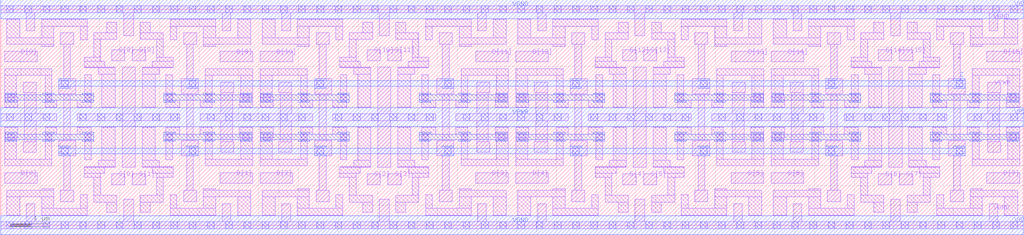
<source format=lef>
# Copyright 2020 The SkyWater PDK Authors
#
# Licensed under the Apache License, Version 2.0 (the "License");
# you may not use this file except in compliance with the License.
# You may obtain a copy of the License at
#
#     https://www.apache.org/licenses/LICENSE-2.0
#
# Unless required by applicable law or agreed to in writing, software
# distributed under the License is distributed on an "AS IS" BASIS,
# WITHOUT WARRANTIES OR CONDITIONS OF ANY KIND, either express or implied.
# See the License for the specific language governing permissions and
# limitations under the License.
#
# SPDX-License-Identifier: Apache-2.0

VERSION 5.7 ;
  NAMESCASESENSITIVE ON ;
  NOWIREEXTENSIONATPIN ON ;
  DIVIDERCHAR "/" ;
  BUSBITCHARS "[]" ;
UNITS
  DATABASE MICRONS 200 ;
END UNITS
PROPERTYDEFINITIONS
  MACRO maskLayoutSubType STRING ;
  MACRO prCellType STRING ;
  MACRO originalViewName STRING ;
END PROPERTYDEFINITIONS
MACRO sky130_fd_sc_hdll__muxb16to1_2
  CLASS CORE ;
  FOREIGN sky130_fd_sc_hdll__muxb16to1_2 ;
  ORIGIN  0.000000  0.000000 ;
  SIZE  25.76000 BY  5.440000 ;
  SYMMETRY X Y R90 ;
  SITE unithd ;
  PIN D[0]
    ANTENNAGATEAREA  0.555000 ;
    DIRECTION INPUT ;
    USE SIGNAL ;
    PORT
      LAYER li1 ;
        RECT 0.095000 1.055000 0.915000 1.325000 ;
    END
  END D[0]
  PIN D[1]
    ANTENNAGATEAREA  0.555000 ;
    DIRECTION INPUT ;
    USE SIGNAL ;
    PORT
      LAYER li1 ;
        RECT 5.525000 1.055000 6.345000 1.325000 ;
    END
  END D[1]
  PIN D[2]
    ANTENNAGATEAREA  0.555000 ;
    DIRECTION INPUT ;
    USE SIGNAL ;
    PORT
      LAYER li1 ;
        RECT 6.535000 1.055000 7.355000 1.325000 ;
    END
  END D[2]
  PIN D[3]
    ANTENNAGATEAREA  0.555000 ;
    DIRECTION INPUT ;
    USE SIGNAL ;
    PORT
      LAYER li1 ;
        RECT 11.965000 1.055000 12.785000 1.325000 ;
    END
  END D[3]
  PIN D[4]
    ANTENNAGATEAREA  0.555000 ;
    DIRECTION INPUT ;
    USE SIGNAL ;
    PORT
      LAYER li1 ;
        RECT 12.975000 1.055000 13.795000 1.325000 ;
    END
  END D[4]
  PIN D[5]
    ANTENNAGATEAREA  0.555000 ;
    DIRECTION INPUT ;
    USE SIGNAL ;
    PORT
      LAYER li1 ;
        RECT 18.405000 1.055000 19.225000 1.325000 ;
    END
  END D[5]
  PIN D[6]
    ANTENNAGATEAREA  0.555000 ;
    DIRECTION INPUT ;
    USE SIGNAL ;
    PORT
      LAYER li1 ;
        RECT 19.415000 1.055000 20.235000 1.325000 ;
    END
  END D[6]
  PIN D[7]
    ANTENNAGATEAREA  0.555000 ;
    DIRECTION INPUT ;
    USE SIGNAL ;
    PORT
      LAYER li1 ;
        RECT 24.845000 1.055000 25.665000 1.325000 ;
    END
  END D[7]
  PIN D[8]
    ANTENNAGATEAREA  0.555000 ;
    DIRECTION INPUT ;
    USE SIGNAL ;
    PORT
      LAYER li1 ;
        RECT 0.095000 4.115000 0.915000 4.385000 ;
    END
  END D[8]
  PIN D[9]
    ANTENNAGATEAREA  0.555000 ;
    DIRECTION INPUT ;
    USE SIGNAL ;
    PORT
      LAYER li1 ;
        RECT 5.525000 4.115000 6.345000 4.385000 ;
    END
  END D[9]
  PIN D[10]
    ANTENNAGATEAREA  0.555000 ;
    DIRECTION INPUT ;
    USE SIGNAL ;
    PORT
      LAYER li1 ;
        RECT 6.535000 4.115000 7.355000 4.385000 ;
    END
  END D[10]
  PIN D[11]
    ANTENNAGATEAREA  0.555000 ;
    DIRECTION INPUT ;
    USE SIGNAL ;
    PORT
      LAYER li1 ;
        RECT 11.965000 4.115000 12.785000 4.385000 ;
    END
  END D[11]
  PIN D[12]
    ANTENNAGATEAREA  0.555000 ;
    DIRECTION INPUT ;
    USE SIGNAL ;
    PORT
      LAYER li1 ;
        RECT 12.975000 4.115000 13.795000 4.385000 ;
    END
  END D[12]
  PIN D[13]
    ANTENNAGATEAREA  0.555000 ;
    DIRECTION INPUT ;
    USE SIGNAL ;
    PORT
      LAYER li1 ;
        RECT 18.405000 4.115000 19.225000 4.385000 ;
    END
  END D[13]
  PIN D[14]
    ANTENNAGATEAREA  0.555000 ;
    DIRECTION INPUT ;
    USE SIGNAL ;
    PORT
      LAYER li1 ;
        RECT 19.415000 4.115000 20.235000 4.385000 ;
    END
  END D[14]
  PIN D[15]
    ANTENNAGATEAREA  0.555000 ;
    DIRECTION INPUT ;
    USE SIGNAL ;
    PORT
      LAYER li1 ;
        RECT 24.845000 4.115000 25.665000 4.385000 ;
    END
  END D[15]
  PIN S[0]
    ANTENNAGATEAREA  0.414000 ;
    DIRECTION INPUT ;
    USE SIGNAL ;
    PORT
      LAYER li1 ;
        RECT 2.790000 1.025000 3.125000 1.295000 ;
    END
  END S[0]
  PIN S[1]
    ANTENNAGATEAREA  0.414000 ;
    DIRECTION INPUT ;
    USE SIGNAL ;
    PORT
      LAYER li1 ;
        RECT 3.315000 1.025000 3.650000 1.295000 ;
    END
  END S[1]
  PIN S[2]
    ANTENNAGATEAREA  0.414000 ;
    DIRECTION INPUT ;
    USE SIGNAL ;
    PORT
      LAYER li1 ;
        RECT 9.230000 1.025000 9.565000 1.295000 ;
    END
  END S[2]
  PIN S[3]
    ANTENNAGATEAREA  0.414000 ;
    DIRECTION INPUT ;
    USE SIGNAL ;
    PORT
      LAYER li1 ;
        RECT 9.755000 1.025000 10.090000 1.295000 ;
    END
  END S[3]
  PIN S[4]
    ANTENNAGATEAREA  0.414000 ;
    DIRECTION INPUT ;
    USE SIGNAL ;
    PORT
      LAYER li1 ;
        RECT 15.670000 1.025000 16.005000 1.295000 ;
    END
  END S[4]
  PIN S[5]
    ANTENNAGATEAREA  0.414000 ;
    DIRECTION INPUT ;
    USE SIGNAL ;
    PORT
      LAYER li1 ;
        RECT 16.195000 1.025000 16.530000 1.295000 ;
    END
  END S[5]
  PIN S[6]
    ANTENNAGATEAREA  0.414000 ;
    DIRECTION INPUT ;
    USE SIGNAL ;
    PORT
      LAYER li1 ;
        RECT 22.110000 1.025000 22.445000 1.295000 ;
    END
  END S[6]
  PIN S[7]
    ANTENNAGATEAREA  0.414000 ;
    DIRECTION INPUT ;
    USE SIGNAL ;
    PORT
      LAYER li1 ;
        RECT 22.635000 1.025000 22.970000 1.295000 ;
    END
  END S[7]
  PIN S[8]
    ANTENNAGATEAREA  0.414000 ;
    DIRECTION INPUT ;
    USE SIGNAL ;
    PORT
      LAYER li1 ;
        RECT 2.790000 4.145000 3.125000 4.415000 ;
    END
  END S[8]
  PIN S[9]
    ANTENNAGATEAREA  0.414000 ;
    DIRECTION INPUT ;
    USE SIGNAL ;
    PORT
      LAYER li1 ;
        RECT 3.315000 4.145000 3.650000 4.415000 ;
    END
  END S[9]
  PIN S[10]
    ANTENNAGATEAREA  0.414000 ;
    DIRECTION INPUT ;
    USE SIGNAL ;
    PORT
      LAYER li1 ;
        RECT 9.230000 4.145000 9.565000 4.415000 ;
    END
  END S[10]
  PIN S[11]
    ANTENNAGATEAREA  0.414000 ;
    DIRECTION INPUT ;
    USE SIGNAL ;
    PORT
      LAYER li1 ;
        RECT 9.755000 4.145000 10.090000 4.415000 ;
    END
  END S[11]
  PIN S[12]
    ANTENNAGATEAREA  0.414000 ;
    DIRECTION INPUT ;
    USE SIGNAL ;
    PORT
      LAYER li1 ;
        RECT 15.670000 4.145000 16.005000 4.415000 ;
    END
  END S[12]
  PIN S[13]
    ANTENNAGATEAREA  0.414000 ;
    DIRECTION INPUT ;
    USE SIGNAL ;
    PORT
      LAYER li1 ;
        RECT 16.195000 4.145000 16.530000 4.415000 ;
    END
  END S[13]
  PIN S[14]
    ANTENNAGATEAREA  0.414000 ;
    DIRECTION INPUT ;
    USE SIGNAL ;
    PORT
      LAYER li1 ;
        RECT 22.110000 4.145000 22.445000 4.415000 ;
    END
  END S[14]
  PIN S[15]
    ANTENNAGATEAREA  0.414000 ;
    DIRECTION INPUT ;
    USE SIGNAL ;
    PORT
      LAYER li1 ;
        RECT 22.635000 4.145000 22.970000 4.415000 ;
    END
  END S[15]
  PIN VGND
    ANTENNADIFFAREA  1.965600 ;
    DIRECTION INOUT ;
    USE SIGNAL ;
    PORT
      LAYER li1 ;
        RECT  0.000000 -0.085000 25.760000 0.085000 ;
        RECT  0.645000  0.085000  0.860000 0.545000 ;
        RECT  3.095000  0.085000  3.345000 0.660000 ;
        RECT  5.580000  0.085000  5.795000 0.545000 ;
        RECT  7.085000  0.085000  7.300000 0.545000 ;
        RECT  9.535000  0.085000  9.785000 0.660000 ;
        RECT 12.020000  0.085000 12.235000 0.545000 ;
        RECT 13.525000  0.085000 13.740000 0.545000 ;
        RECT 15.975000  0.085000 16.225000 0.660000 ;
        RECT 18.460000  0.085000 18.675000 0.545000 ;
        RECT 19.965000  0.085000 20.180000 0.545000 ;
        RECT 22.415000  0.085000 22.665000 0.660000 ;
        RECT 24.900000  0.085000 25.115000 0.545000 ;
      LAYER mcon ;
        RECT  0.145000 -0.085000  0.315000 0.085000 ;
        RECT  0.605000 -0.085000  0.775000 0.085000 ;
        RECT  1.065000 -0.085000  1.235000 0.085000 ;
        RECT  1.525000 -0.085000  1.695000 0.085000 ;
        RECT  1.985000 -0.085000  2.155000 0.085000 ;
        RECT  2.445000 -0.085000  2.615000 0.085000 ;
        RECT  2.905000 -0.085000  3.075000 0.085000 ;
        RECT  3.365000 -0.085000  3.535000 0.085000 ;
        RECT  3.825000 -0.085000  3.995000 0.085000 ;
        RECT  4.285000 -0.085000  4.455000 0.085000 ;
        RECT  4.745000 -0.085000  4.915000 0.085000 ;
        RECT  5.205000 -0.085000  5.375000 0.085000 ;
        RECT  5.665000 -0.085000  5.835000 0.085000 ;
        RECT  6.125000 -0.085000  6.295000 0.085000 ;
        RECT  6.585000 -0.085000  6.755000 0.085000 ;
        RECT  7.045000 -0.085000  7.215000 0.085000 ;
        RECT  7.505000 -0.085000  7.675000 0.085000 ;
        RECT  7.965000 -0.085000  8.135000 0.085000 ;
        RECT  8.425000 -0.085000  8.595000 0.085000 ;
        RECT  8.885000 -0.085000  9.055000 0.085000 ;
        RECT  9.345000 -0.085000  9.515000 0.085000 ;
        RECT  9.805000 -0.085000  9.975000 0.085000 ;
        RECT 10.265000 -0.085000 10.435000 0.085000 ;
        RECT 10.725000 -0.085000 10.895000 0.085000 ;
        RECT 11.185000 -0.085000 11.355000 0.085000 ;
        RECT 11.645000 -0.085000 11.815000 0.085000 ;
        RECT 12.105000 -0.085000 12.275000 0.085000 ;
        RECT 12.565000 -0.085000 12.735000 0.085000 ;
        RECT 13.025000 -0.085000 13.195000 0.085000 ;
        RECT 13.485000 -0.085000 13.655000 0.085000 ;
        RECT 13.945000 -0.085000 14.115000 0.085000 ;
        RECT 14.405000 -0.085000 14.575000 0.085000 ;
        RECT 14.865000 -0.085000 15.035000 0.085000 ;
        RECT 15.325000 -0.085000 15.495000 0.085000 ;
        RECT 15.785000 -0.085000 15.955000 0.085000 ;
        RECT 16.245000 -0.085000 16.415000 0.085000 ;
        RECT 16.705000 -0.085000 16.875000 0.085000 ;
        RECT 17.165000 -0.085000 17.335000 0.085000 ;
        RECT 17.625000 -0.085000 17.795000 0.085000 ;
        RECT 18.085000 -0.085000 18.255000 0.085000 ;
        RECT 18.545000 -0.085000 18.715000 0.085000 ;
        RECT 19.005000 -0.085000 19.175000 0.085000 ;
        RECT 19.465000 -0.085000 19.635000 0.085000 ;
        RECT 19.925000 -0.085000 20.095000 0.085000 ;
        RECT 20.385000 -0.085000 20.555000 0.085000 ;
        RECT 20.845000 -0.085000 21.015000 0.085000 ;
        RECT 21.305000 -0.085000 21.475000 0.085000 ;
        RECT 21.765000 -0.085000 21.935000 0.085000 ;
        RECT 22.225000 -0.085000 22.395000 0.085000 ;
        RECT 22.685000 -0.085000 22.855000 0.085000 ;
        RECT 23.145000 -0.085000 23.315000 0.085000 ;
        RECT 23.605000 -0.085000 23.775000 0.085000 ;
        RECT 24.065000 -0.085000 24.235000 0.085000 ;
        RECT 24.525000 -0.085000 24.695000 0.085000 ;
        RECT 24.985000 -0.085000 25.155000 0.085000 ;
        RECT 25.445000 -0.085000 25.615000 0.085000 ;
      LAYER met1 ;
        RECT 0.000000 -0.240000 25.760000 0.240000 ;
    END
    PORT
      LAYER li1 ;
        RECT  0.000000 5.355000 25.760000 5.525000 ;
        RECT  0.645000 4.895000  0.860000 5.355000 ;
        RECT  3.095000 4.780000  3.345000 5.355000 ;
        RECT  5.580000 4.895000  5.795000 5.355000 ;
        RECT  7.085000 4.895000  7.300000 5.355000 ;
        RECT  9.535000 4.780000  9.785000 5.355000 ;
        RECT 12.020000 4.895000 12.235000 5.355000 ;
        RECT 13.525000 4.895000 13.740000 5.355000 ;
        RECT 15.975000 4.780000 16.225000 5.355000 ;
        RECT 18.460000 4.895000 18.675000 5.355000 ;
        RECT 19.965000 4.895000 20.180000 5.355000 ;
        RECT 22.415000 4.780000 22.665000 5.355000 ;
        RECT 24.900000 4.895000 25.115000 5.355000 ;
      LAYER mcon ;
        RECT  0.145000 5.355000  0.315000 5.525000 ;
        RECT  0.605000 5.355000  0.775000 5.525000 ;
        RECT  1.065000 5.355000  1.235000 5.525000 ;
        RECT  1.525000 5.355000  1.695000 5.525000 ;
        RECT  1.985000 5.355000  2.155000 5.525000 ;
        RECT  2.445000 5.355000  2.615000 5.525000 ;
        RECT  2.905000 5.355000  3.075000 5.525000 ;
        RECT  3.365000 5.355000  3.535000 5.525000 ;
        RECT  3.825000 5.355000  3.995000 5.525000 ;
        RECT  4.285000 5.355000  4.455000 5.525000 ;
        RECT  4.745000 5.355000  4.915000 5.525000 ;
        RECT  5.205000 5.355000  5.375000 5.525000 ;
        RECT  5.665000 5.355000  5.835000 5.525000 ;
        RECT  6.125000 5.355000  6.295000 5.525000 ;
        RECT  6.585000 5.355000  6.755000 5.525000 ;
        RECT  7.045000 5.355000  7.215000 5.525000 ;
        RECT  7.505000 5.355000  7.675000 5.525000 ;
        RECT  7.965000 5.355000  8.135000 5.525000 ;
        RECT  8.425000 5.355000  8.595000 5.525000 ;
        RECT  8.885000 5.355000  9.055000 5.525000 ;
        RECT  9.345000 5.355000  9.515000 5.525000 ;
        RECT  9.805000 5.355000  9.975000 5.525000 ;
        RECT 10.265000 5.355000 10.435000 5.525000 ;
        RECT 10.725000 5.355000 10.895000 5.525000 ;
        RECT 11.185000 5.355000 11.355000 5.525000 ;
        RECT 11.645000 5.355000 11.815000 5.525000 ;
        RECT 12.105000 5.355000 12.275000 5.525000 ;
        RECT 12.565000 5.355000 12.735000 5.525000 ;
        RECT 13.025000 5.355000 13.195000 5.525000 ;
        RECT 13.485000 5.355000 13.655000 5.525000 ;
        RECT 13.945000 5.355000 14.115000 5.525000 ;
        RECT 14.405000 5.355000 14.575000 5.525000 ;
        RECT 14.865000 5.355000 15.035000 5.525000 ;
        RECT 15.325000 5.355000 15.495000 5.525000 ;
        RECT 15.785000 5.355000 15.955000 5.525000 ;
        RECT 16.245000 5.355000 16.415000 5.525000 ;
        RECT 16.705000 5.355000 16.875000 5.525000 ;
        RECT 17.165000 5.355000 17.335000 5.525000 ;
        RECT 17.625000 5.355000 17.795000 5.525000 ;
        RECT 18.085000 5.355000 18.255000 5.525000 ;
        RECT 18.545000 5.355000 18.715000 5.525000 ;
        RECT 19.005000 5.355000 19.175000 5.525000 ;
        RECT 19.465000 5.355000 19.635000 5.525000 ;
        RECT 19.925000 5.355000 20.095000 5.525000 ;
        RECT 20.385000 5.355000 20.555000 5.525000 ;
        RECT 20.845000 5.355000 21.015000 5.525000 ;
        RECT 21.305000 5.355000 21.475000 5.525000 ;
        RECT 21.765000 5.355000 21.935000 5.525000 ;
        RECT 22.225000 5.355000 22.395000 5.525000 ;
        RECT 22.685000 5.355000 22.855000 5.525000 ;
        RECT 23.145000 5.355000 23.315000 5.525000 ;
        RECT 23.605000 5.355000 23.775000 5.525000 ;
        RECT 24.065000 5.355000 24.235000 5.525000 ;
        RECT 24.525000 5.355000 24.695000 5.525000 ;
        RECT 24.985000 5.355000 25.155000 5.525000 ;
        RECT 25.445000 5.355000 25.615000 5.525000 ;
      LAYER met1 ;
        RECT 0.000000 5.200000 25.760000 5.680000 ;
    END
  END VGND
  PIN VPWR
    ANTENNADIFFAREA  7.520000 ;
    DIRECTION INOUT ;
    USE SIGNAL ;
    PORT
      LAYER li1 ;
        RECT  0.000000 2.635000  1.415000 2.805000 ;
        RECT  0.565000 1.835000  0.895000 2.105000 ;
        RECT  0.565000 3.335000  0.895000 3.605000 ;
        RECT  0.595000 2.105000  0.895000 2.635000 ;
        RECT  0.595000 2.805000  0.895000 3.335000 ;
        RECT  1.925000 2.635000  4.515000 2.805000 ;
        RECT  3.055000 1.465000  3.385000 2.635000 ;
        RECT  3.055000 2.805000  3.385000 3.975000 ;
        RECT  5.025000 2.635000  7.855000 2.805000 ;
        RECT  5.545000 1.835000  5.875000 2.105000 ;
        RECT  5.545000 2.105000  5.845000 2.635000 ;
        RECT  5.545000 2.805000  5.845000 3.335000 ;
        RECT  5.545000 3.335000  5.875000 3.605000 ;
        RECT  7.005000 1.835000  7.335000 2.105000 ;
        RECT  7.005000 3.335000  7.335000 3.605000 ;
        RECT  7.035000 2.105000  7.335000 2.635000 ;
        RECT  7.035000 2.805000  7.335000 3.335000 ;
        RECT  8.365000 2.635000 10.955000 2.805000 ;
        RECT  9.495000 1.465000  9.825000 2.635000 ;
        RECT  9.495000 2.805000  9.825000 3.975000 ;
        RECT 11.465000 2.635000 14.295000 2.805000 ;
        RECT 11.985000 1.835000 12.315000 2.105000 ;
        RECT 11.985000 2.105000 12.285000 2.635000 ;
        RECT 11.985000 2.805000 12.285000 3.335000 ;
        RECT 11.985000 3.335000 12.315000 3.605000 ;
        RECT 13.445000 1.835000 13.775000 2.105000 ;
        RECT 13.445000 3.335000 13.775000 3.605000 ;
        RECT 13.475000 2.105000 13.775000 2.635000 ;
        RECT 13.475000 2.805000 13.775000 3.335000 ;
        RECT 14.805000 2.635000 17.395000 2.805000 ;
        RECT 15.935000 1.465000 16.265000 2.635000 ;
        RECT 15.935000 2.805000 16.265000 3.975000 ;
        RECT 17.905000 2.635000 20.735000 2.805000 ;
        RECT 18.425000 1.835000 18.755000 2.105000 ;
        RECT 18.425000 2.105000 18.725000 2.635000 ;
        RECT 18.425000 2.805000 18.725000 3.335000 ;
        RECT 18.425000 3.335000 18.755000 3.605000 ;
        RECT 19.885000 1.835000 20.215000 2.105000 ;
        RECT 19.885000 3.335000 20.215000 3.605000 ;
        RECT 19.915000 2.105000 20.215000 2.635000 ;
        RECT 19.915000 2.805000 20.215000 3.335000 ;
        RECT 21.245000 2.635000 23.835000 2.805000 ;
        RECT 22.375000 1.465000 22.705000 2.635000 ;
        RECT 22.375000 2.805000 22.705000 3.975000 ;
        RECT 24.345000 2.635000 25.760000 2.805000 ;
        RECT 24.865000 1.835000 25.195000 2.105000 ;
        RECT 24.865000 2.105000 25.165000 2.635000 ;
        RECT 24.865000 2.805000 25.165000 3.335000 ;
        RECT 24.865000 3.335000 25.195000 3.605000 ;
      LAYER mcon ;
        RECT  0.145000 2.635000  0.315000 2.805000 ;
        RECT  0.605000 2.635000  0.775000 2.805000 ;
        RECT  1.065000 2.635000  1.235000 2.805000 ;
        RECT  1.985000 2.635000  2.155000 2.805000 ;
        RECT  2.445000 2.635000  2.615000 2.805000 ;
        RECT  2.905000 2.635000  3.075000 2.805000 ;
        RECT  3.365000 2.635000  3.535000 2.805000 ;
        RECT  3.825000 2.635000  3.995000 2.805000 ;
        RECT  4.285000 2.635000  4.455000 2.805000 ;
        RECT  5.205000 2.635000  5.375000 2.805000 ;
        RECT  5.665000 2.635000  5.835000 2.805000 ;
        RECT  6.125000 2.635000  6.295000 2.805000 ;
        RECT  6.585000 2.635000  6.755000 2.805000 ;
        RECT  7.045000 2.635000  7.215000 2.805000 ;
        RECT  7.505000 2.635000  7.675000 2.805000 ;
        RECT  8.425000 2.635000  8.595000 2.805000 ;
        RECT  8.885000 2.635000  9.055000 2.805000 ;
        RECT  9.345000 2.635000  9.515000 2.805000 ;
        RECT  9.805000 2.635000  9.975000 2.805000 ;
        RECT 10.265000 2.635000 10.435000 2.805000 ;
        RECT 10.725000 2.635000 10.895000 2.805000 ;
        RECT 11.645000 2.635000 11.815000 2.805000 ;
        RECT 12.105000 2.635000 12.275000 2.805000 ;
        RECT 12.565000 2.635000 12.735000 2.805000 ;
        RECT 13.025000 2.635000 13.195000 2.805000 ;
        RECT 13.485000 2.635000 13.655000 2.805000 ;
        RECT 13.945000 2.635000 14.115000 2.805000 ;
        RECT 14.865000 2.635000 15.035000 2.805000 ;
        RECT 15.325000 2.635000 15.495000 2.805000 ;
        RECT 15.785000 2.635000 15.955000 2.805000 ;
        RECT 16.245000 2.635000 16.415000 2.805000 ;
        RECT 16.705000 2.635000 16.875000 2.805000 ;
        RECT 17.165000 2.635000 17.335000 2.805000 ;
        RECT 18.085000 2.635000 18.255000 2.805000 ;
        RECT 18.545000 2.635000 18.715000 2.805000 ;
        RECT 19.005000 2.635000 19.175000 2.805000 ;
        RECT 19.465000 2.635000 19.635000 2.805000 ;
        RECT 19.925000 2.635000 20.095000 2.805000 ;
        RECT 20.385000 2.635000 20.555000 2.805000 ;
        RECT 21.305000 2.635000 21.475000 2.805000 ;
        RECT 21.765000 2.635000 21.935000 2.805000 ;
        RECT 22.225000 2.635000 22.395000 2.805000 ;
        RECT 22.685000 2.635000 22.855000 2.805000 ;
        RECT 23.145000 2.635000 23.315000 2.805000 ;
        RECT 23.605000 2.635000 23.775000 2.805000 ;
        RECT 24.525000 2.635000 24.695000 2.805000 ;
        RECT 24.985000 2.635000 25.155000 2.805000 ;
        RECT 25.445000 2.635000 25.615000 2.805000 ;
      LAYER met1 ;
        RECT 0.000000 2.480000 25.760000 2.960000 ;
    END
  END VPWR
  PIN Z
    ANTENNADIFFAREA  6.051200 ;
    DIRECTION OUTPUT ;
    USE SIGNAL ;
    PORT
      LAYER li1 ;
        RECT  1.465000 1.755000  1.895000 2.125000 ;
        RECT  1.465000 3.315000  1.895000 3.685000 ;
        RECT  1.505000 0.595000  1.835000 0.885000 ;
        RECT  1.505000 4.555000  1.835000 4.845000 ;
        RECT  1.585000 0.885000  1.755000 1.755000 ;
        RECT  1.585000 2.125000  1.755000 3.315000 ;
        RECT  1.585000 3.685000  1.755000 4.555000 ;
        RECT  4.545000 1.755000  4.975000 2.125000 ;
        RECT  4.545000 3.315000  4.975000 3.685000 ;
        RECT  4.605000 0.595000  4.935000 0.885000 ;
        RECT  4.605000 4.555000  4.935000 4.845000 ;
        RECT  4.685000 0.885000  4.855000 1.755000 ;
        RECT  4.685000 2.125000  4.855000 3.315000 ;
        RECT  4.685000 3.685000  4.855000 4.555000 ;
        RECT  7.905000 1.755000  8.335000 2.125000 ;
        RECT  7.905000 3.315000  8.335000 3.685000 ;
        RECT  7.945000 0.595000  8.275000 0.885000 ;
        RECT  7.945000 4.555000  8.275000 4.845000 ;
        RECT  8.025000 0.885000  8.195000 1.755000 ;
        RECT  8.025000 2.125000  8.195000 3.315000 ;
        RECT  8.025000 3.685000  8.195000 4.555000 ;
        RECT 10.985000 1.755000 11.415000 2.125000 ;
        RECT 10.985000 3.315000 11.415000 3.685000 ;
        RECT 11.045000 0.595000 11.375000 0.885000 ;
        RECT 11.045000 4.555000 11.375000 4.845000 ;
        RECT 11.125000 0.885000 11.295000 1.755000 ;
        RECT 11.125000 2.125000 11.295000 3.315000 ;
        RECT 11.125000 3.685000 11.295000 4.555000 ;
        RECT 14.345000 1.755000 14.775000 2.125000 ;
        RECT 14.345000 3.315000 14.775000 3.685000 ;
        RECT 14.385000 0.595000 14.715000 0.885000 ;
        RECT 14.385000 4.555000 14.715000 4.845000 ;
        RECT 14.465000 0.885000 14.635000 1.755000 ;
        RECT 14.465000 2.125000 14.635000 3.315000 ;
        RECT 14.465000 3.685000 14.635000 4.555000 ;
        RECT 17.425000 1.755000 17.855000 2.125000 ;
        RECT 17.425000 3.315000 17.855000 3.685000 ;
        RECT 17.485000 0.595000 17.815000 0.885000 ;
        RECT 17.485000 4.555000 17.815000 4.845000 ;
        RECT 17.565000 0.885000 17.735000 1.755000 ;
        RECT 17.565000 2.125000 17.735000 3.315000 ;
        RECT 17.565000 3.685000 17.735000 4.555000 ;
        RECT 20.785000 1.755000 21.215000 2.125000 ;
        RECT 20.785000 3.315000 21.215000 3.685000 ;
        RECT 20.825000 0.595000 21.155000 0.885000 ;
        RECT 20.825000 4.555000 21.155000 4.845000 ;
        RECT 20.905000 0.885000 21.075000 1.755000 ;
        RECT 20.905000 2.125000 21.075000 3.315000 ;
        RECT 20.905000 3.685000 21.075000 4.555000 ;
        RECT 23.865000 1.755000 24.295000 2.125000 ;
        RECT 23.865000 3.315000 24.295000 3.685000 ;
        RECT 23.925000 0.595000 24.255000 0.885000 ;
        RECT 23.925000 4.555000 24.255000 4.845000 ;
        RECT 24.005000 0.885000 24.175000 1.755000 ;
        RECT 24.005000 2.125000 24.175000 3.315000 ;
        RECT 24.005000 3.685000 24.175000 4.555000 ;
      LAYER mcon ;
        RECT  1.525000 1.785000  1.695000 1.955000 ;
        RECT  1.525000 3.485000  1.695000 3.655000 ;
        RECT  4.745000 1.785000  4.915000 1.955000 ;
        RECT  4.745000 3.485000  4.915000 3.655000 ;
        RECT  7.965000 1.785000  8.135000 1.955000 ;
        RECT  7.965000 3.485000  8.135000 3.655000 ;
        RECT 11.185000 1.785000 11.355000 1.955000 ;
        RECT 11.185000 3.485000 11.355000 3.655000 ;
        RECT 14.405000 1.785000 14.575000 1.955000 ;
        RECT 14.405000 3.485000 14.575000 3.655000 ;
        RECT 17.625000 1.785000 17.795000 1.955000 ;
        RECT 17.625000 3.485000 17.795000 3.655000 ;
        RECT 20.845000 1.785000 21.015000 1.955000 ;
        RECT 20.845000 3.485000 21.015000 3.655000 ;
        RECT 24.065000 1.785000 24.235000 1.955000 ;
        RECT 24.065000 3.485000 24.235000 3.655000 ;
      LAYER met1 ;
        RECT  1.465000 1.755000  1.755000 1.800000 ;
        RECT  1.465000 1.800000 24.295000 1.940000 ;
        RECT  1.465000 1.940000  1.755000 1.985000 ;
        RECT  1.465000 3.455000  1.755000 3.500000 ;
        RECT  1.465000 3.500000 24.295000 3.640000 ;
        RECT  1.465000 3.640000  1.755000 3.685000 ;
        RECT  4.685000 1.755000  4.975000 1.800000 ;
        RECT  4.685000 1.940000  4.975000 1.985000 ;
        RECT  4.685000 3.455000  4.975000 3.500000 ;
        RECT  4.685000 3.640000  4.975000 3.685000 ;
        RECT  7.905000 1.755000  8.195000 1.800000 ;
        RECT  7.905000 1.940000  8.195000 1.985000 ;
        RECT  7.905000 3.455000  8.195000 3.500000 ;
        RECT  7.905000 3.640000  8.195000 3.685000 ;
        RECT 11.125000 1.755000 11.415000 1.800000 ;
        RECT 11.125000 1.940000 11.415000 1.985000 ;
        RECT 11.125000 3.455000 11.415000 3.500000 ;
        RECT 11.125000 3.640000 11.415000 3.685000 ;
        RECT 14.345000 1.755000 14.635000 1.800000 ;
        RECT 14.345000 1.940000 14.635000 1.985000 ;
        RECT 14.345000 3.455000 14.635000 3.500000 ;
        RECT 14.345000 3.640000 14.635000 3.685000 ;
        RECT 17.565000 1.755000 17.855000 1.800000 ;
        RECT 17.565000 1.940000 17.855000 1.985000 ;
        RECT 17.565000 3.455000 17.855000 3.500000 ;
        RECT 17.565000 3.640000 17.855000 3.685000 ;
        RECT 20.785000 1.755000 21.075000 1.800000 ;
        RECT 20.785000 1.940000 21.075000 1.985000 ;
        RECT 20.785000 3.455000 21.075000 3.500000 ;
        RECT 20.785000 3.640000 21.075000 3.685000 ;
        RECT 24.005000 1.755000 24.295000 1.800000 ;
        RECT 24.005000 1.940000 24.295000 1.985000 ;
        RECT 24.005000 3.455000 24.295000 3.500000 ;
        RECT 24.005000 3.640000 24.295000 3.685000 ;
    END
  END Z
  OBS
    LAYER li1 ;
      RECT  0.095000 1.495000  1.285000 1.665000 ;
      RECT  0.095000 1.665000  0.395000 2.210000 ;
      RECT  0.095000 2.210000  0.425000 2.465000 ;
      RECT  0.095000 2.975000  0.425000 3.230000 ;
      RECT  0.095000 3.230000  0.395000 3.775000 ;
      RECT  0.095000 3.775000  1.285000 3.945000 ;
      RECT  0.145000 0.255000  0.475000 0.715000 ;
      RECT  0.145000 0.715000  1.335000 0.885000 ;
      RECT  0.145000 4.555000  1.335000 4.725000 ;
      RECT  0.145000 4.725000  0.475000 5.185000 ;
      RECT  1.030000 0.255000  2.175000 0.425000 ;
      RECT  1.030000 0.425000  1.335000 0.715000 ;
      RECT  1.030000 0.885000  1.335000 0.925000 ;
      RECT  1.030000 4.515000  1.335000 4.555000 ;
      RECT  1.030000 4.725000  1.335000 5.015000 ;
      RECT  1.030000 5.015000  2.175000 5.185000 ;
      RECT  1.115000 1.665000  1.285000 2.295000 ;
      RECT  1.115000 2.295000  1.415000 2.465000 ;
      RECT  1.115000 2.975000  1.415000 3.145000 ;
      RECT  1.115000 3.145000  1.285000 3.775000 ;
      RECT  1.925000 2.295000  2.280000 2.465000 ;
      RECT  1.925000 2.975000  2.280000 3.145000 ;
      RECT  2.005000 0.425000  2.175000 0.770000 ;
      RECT  2.005000 4.670000  2.175000 5.015000 ;
      RECT  2.100000 1.205000  2.515000 1.305000 ;
      RECT  2.100000 1.305000  2.620000 1.465000 ;
      RECT  2.100000 1.465000  2.880000 1.475000 ;
      RECT  2.100000 3.965000  2.880000 3.975000 ;
      RECT  2.100000 3.975000  2.620000 4.135000 ;
      RECT  2.100000 4.135000  2.515000 4.235000 ;
      RECT  2.110000 1.645000  2.280000 2.295000 ;
      RECT  2.110000 3.145000  2.280000 3.795000 ;
      RECT  2.345000 0.585000  2.925000 0.755000 ;
      RECT  2.345000 0.755000  2.515000 1.205000 ;
      RECT  2.345000 4.235000  2.515000 4.685000 ;
      RECT  2.345000 4.685000  2.925000 4.855000 ;
      RECT  2.450000 1.475000  2.880000 1.635000 ;
      RECT  2.450000 3.805000  2.880000 3.965000 ;
      RECT  2.550000 1.635000  2.880000 2.465000 ;
      RECT  2.550000 2.975000  2.880000 3.805000 ;
      RECT  2.675000 0.330000  2.925000 0.585000 ;
      RECT  2.675000 4.855000  2.925000 5.110000 ;
      RECT  3.515000 0.330000  3.765000 0.585000 ;
      RECT  3.515000 0.585000  4.095000 0.755000 ;
      RECT  3.515000 4.685000  4.095000 4.855000 ;
      RECT  3.515000 4.855000  3.765000 5.110000 ;
      RECT  3.560000 1.465000  4.340000 1.475000 ;
      RECT  3.560000 1.475000  3.990000 1.635000 ;
      RECT  3.560000 1.635000  3.890000 2.465000 ;
      RECT  3.560000 2.975000  3.890000 3.805000 ;
      RECT  3.560000 3.805000  3.990000 3.965000 ;
      RECT  3.560000 3.965000  4.340000 3.975000 ;
      RECT  3.820000 1.305000  4.340000 1.465000 ;
      RECT  3.820000 3.975000  4.340000 4.135000 ;
      RECT  3.925000 0.755000  4.095000 1.205000 ;
      RECT  3.925000 1.205000  4.340000 1.305000 ;
      RECT  3.925000 4.135000  4.340000 4.235000 ;
      RECT  3.925000 4.235000  4.095000 4.685000 ;
      RECT  4.160000 1.645000  4.330000 2.295000 ;
      RECT  4.160000 2.295000  4.515000 2.465000 ;
      RECT  4.160000 2.975000  4.515000 3.145000 ;
      RECT  4.160000 3.145000  4.330000 3.795000 ;
      RECT  4.265000 0.255000  5.410000 0.425000 ;
      RECT  4.265000 0.425000  4.435000 0.770000 ;
      RECT  4.265000 4.670000  4.435000 5.015000 ;
      RECT  4.265000 5.015000  5.410000 5.185000 ;
      RECT  5.025000 2.295000  5.325000 2.465000 ;
      RECT  5.025000 2.975000  5.325000 3.145000 ;
      RECT  5.105000 0.425000  5.410000 0.715000 ;
      RECT  5.105000 0.715000  6.295000 0.885000 ;
      RECT  5.105000 0.885000  5.410000 0.925000 ;
      RECT  5.105000 4.515000  5.410000 4.555000 ;
      RECT  5.105000 4.555000  6.295000 4.725000 ;
      RECT  5.105000 4.725000  5.410000 5.015000 ;
      RECT  5.155000 1.495000  6.345000 1.665000 ;
      RECT  5.155000 1.665000  5.325000 2.295000 ;
      RECT  5.155000 3.145000  5.325000 3.775000 ;
      RECT  5.155000 3.775000  6.345000 3.945000 ;
      RECT  5.965000 0.255000  6.295000 0.715000 ;
      RECT  5.965000 4.725000  6.295000 5.185000 ;
      RECT  6.015000 2.210000  6.345000 2.465000 ;
      RECT  6.015000 2.975000  6.345000 3.230000 ;
      RECT  6.045000 1.665000  6.345000 2.210000 ;
      RECT  6.045000 3.230000  6.345000 3.775000 ;
      RECT  6.535000 1.495000  7.725000 1.665000 ;
      RECT  6.535000 1.665000  6.835000 2.210000 ;
      RECT  6.535000 2.210000  6.865000 2.465000 ;
      RECT  6.535000 2.975000  6.865000 3.230000 ;
      RECT  6.535000 3.230000  6.835000 3.775000 ;
      RECT  6.535000 3.775000  7.725000 3.945000 ;
      RECT  6.585000 0.255000  6.915000 0.715000 ;
      RECT  6.585000 0.715000  7.775000 0.885000 ;
      RECT  6.585000 4.555000  7.775000 4.725000 ;
      RECT  6.585000 4.725000  6.915000 5.185000 ;
      RECT  7.470000 0.255000  8.615000 0.425000 ;
      RECT  7.470000 0.425000  7.775000 0.715000 ;
      RECT  7.470000 0.885000  7.775000 0.925000 ;
      RECT  7.470000 4.515000  7.775000 4.555000 ;
      RECT  7.470000 4.725000  7.775000 5.015000 ;
      RECT  7.470000 5.015000  8.615000 5.185000 ;
      RECT  7.555000 1.665000  7.725000 2.295000 ;
      RECT  7.555000 2.295000  7.855000 2.465000 ;
      RECT  7.555000 2.975000  7.855000 3.145000 ;
      RECT  7.555000 3.145000  7.725000 3.775000 ;
      RECT  8.365000 2.295000  8.720000 2.465000 ;
      RECT  8.365000 2.975000  8.720000 3.145000 ;
      RECT  8.445000 0.425000  8.615000 0.770000 ;
      RECT  8.445000 4.670000  8.615000 5.015000 ;
      RECT  8.540000 1.205000  8.955000 1.305000 ;
      RECT  8.540000 1.305000  9.060000 1.465000 ;
      RECT  8.540000 1.465000  9.320000 1.475000 ;
      RECT  8.540000 3.965000  9.320000 3.975000 ;
      RECT  8.540000 3.975000  9.060000 4.135000 ;
      RECT  8.540000 4.135000  8.955000 4.235000 ;
      RECT  8.550000 1.645000  8.720000 2.295000 ;
      RECT  8.550000 3.145000  8.720000 3.795000 ;
      RECT  8.785000 0.585000  9.365000 0.755000 ;
      RECT  8.785000 0.755000  8.955000 1.205000 ;
      RECT  8.785000 4.235000  8.955000 4.685000 ;
      RECT  8.785000 4.685000  9.365000 4.855000 ;
      RECT  8.890000 1.475000  9.320000 1.635000 ;
      RECT  8.890000 3.805000  9.320000 3.965000 ;
      RECT  8.990000 1.635000  9.320000 2.465000 ;
      RECT  8.990000 2.975000  9.320000 3.805000 ;
      RECT  9.115000 0.330000  9.365000 0.585000 ;
      RECT  9.115000 4.855000  9.365000 5.110000 ;
      RECT  9.955000 0.330000 10.205000 0.585000 ;
      RECT  9.955000 0.585000 10.535000 0.755000 ;
      RECT  9.955000 4.685000 10.535000 4.855000 ;
      RECT  9.955000 4.855000 10.205000 5.110000 ;
      RECT 10.000000 1.465000 10.780000 1.475000 ;
      RECT 10.000000 1.475000 10.430000 1.635000 ;
      RECT 10.000000 1.635000 10.330000 2.465000 ;
      RECT 10.000000 2.975000 10.330000 3.805000 ;
      RECT 10.000000 3.805000 10.430000 3.965000 ;
      RECT 10.000000 3.965000 10.780000 3.975000 ;
      RECT 10.260000 1.305000 10.780000 1.465000 ;
      RECT 10.260000 3.975000 10.780000 4.135000 ;
      RECT 10.365000 0.755000 10.535000 1.205000 ;
      RECT 10.365000 1.205000 10.780000 1.305000 ;
      RECT 10.365000 4.135000 10.780000 4.235000 ;
      RECT 10.365000 4.235000 10.535000 4.685000 ;
      RECT 10.600000 1.645000 10.770000 2.295000 ;
      RECT 10.600000 2.295000 10.955000 2.465000 ;
      RECT 10.600000 2.975000 10.955000 3.145000 ;
      RECT 10.600000 3.145000 10.770000 3.795000 ;
      RECT 10.705000 0.255000 11.850000 0.425000 ;
      RECT 10.705000 0.425000 10.875000 0.770000 ;
      RECT 10.705000 4.670000 10.875000 5.015000 ;
      RECT 10.705000 5.015000 11.850000 5.185000 ;
      RECT 11.465000 2.295000 11.765000 2.465000 ;
      RECT 11.465000 2.975000 11.765000 3.145000 ;
      RECT 11.545000 0.425000 11.850000 0.715000 ;
      RECT 11.545000 0.715000 12.735000 0.885000 ;
      RECT 11.545000 0.885000 11.850000 0.925000 ;
      RECT 11.545000 4.515000 11.850000 4.555000 ;
      RECT 11.545000 4.555000 12.735000 4.725000 ;
      RECT 11.545000 4.725000 11.850000 5.015000 ;
      RECT 11.595000 1.495000 12.785000 1.665000 ;
      RECT 11.595000 1.665000 11.765000 2.295000 ;
      RECT 11.595000 3.145000 11.765000 3.775000 ;
      RECT 11.595000 3.775000 12.785000 3.945000 ;
      RECT 12.405000 0.255000 12.735000 0.715000 ;
      RECT 12.405000 4.725000 12.735000 5.185000 ;
      RECT 12.455000 2.210000 12.785000 2.465000 ;
      RECT 12.455000 2.975000 12.785000 3.230000 ;
      RECT 12.485000 1.665000 12.785000 2.210000 ;
      RECT 12.485000 3.230000 12.785000 3.775000 ;
      RECT 12.975000 1.495000 14.165000 1.665000 ;
      RECT 12.975000 1.665000 13.275000 2.210000 ;
      RECT 12.975000 2.210000 13.305000 2.465000 ;
      RECT 12.975000 2.975000 13.305000 3.230000 ;
      RECT 12.975000 3.230000 13.275000 3.775000 ;
      RECT 12.975000 3.775000 14.165000 3.945000 ;
      RECT 13.025000 0.255000 13.355000 0.715000 ;
      RECT 13.025000 0.715000 14.215000 0.885000 ;
      RECT 13.025000 4.555000 14.215000 4.725000 ;
      RECT 13.025000 4.725000 13.355000 5.185000 ;
      RECT 13.910000 0.255000 15.055000 0.425000 ;
      RECT 13.910000 0.425000 14.215000 0.715000 ;
      RECT 13.910000 0.885000 14.215000 0.925000 ;
      RECT 13.910000 4.515000 14.215000 4.555000 ;
      RECT 13.910000 4.725000 14.215000 5.015000 ;
      RECT 13.910000 5.015000 15.055000 5.185000 ;
      RECT 13.995000 1.665000 14.165000 2.295000 ;
      RECT 13.995000 2.295000 14.295000 2.465000 ;
      RECT 13.995000 2.975000 14.295000 3.145000 ;
      RECT 13.995000 3.145000 14.165000 3.775000 ;
      RECT 14.805000 2.295000 15.160000 2.465000 ;
      RECT 14.805000 2.975000 15.160000 3.145000 ;
      RECT 14.885000 0.425000 15.055000 0.770000 ;
      RECT 14.885000 4.670000 15.055000 5.015000 ;
      RECT 14.980000 1.205000 15.395000 1.305000 ;
      RECT 14.980000 1.305000 15.500000 1.465000 ;
      RECT 14.980000 1.465000 15.760000 1.475000 ;
      RECT 14.980000 3.965000 15.760000 3.975000 ;
      RECT 14.980000 3.975000 15.500000 4.135000 ;
      RECT 14.980000 4.135000 15.395000 4.235000 ;
      RECT 14.990000 1.645000 15.160000 2.295000 ;
      RECT 14.990000 3.145000 15.160000 3.795000 ;
      RECT 15.225000 0.585000 15.805000 0.755000 ;
      RECT 15.225000 0.755000 15.395000 1.205000 ;
      RECT 15.225000 4.235000 15.395000 4.685000 ;
      RECT 15.225000 4.685000 15.805000 4.855000 ;
      RECT 15.330000 1.475000 15.760000 1.635000 ;
      RECT 15.330000 3.805000 15.760000 3.965000 ;
      RECT 15.430000 1.635000 15.760000 2.465000 ;
      RECT 15.430000 2.975000 15.760000 3.805000 ;
      RECT 15.555000 0.330000 15.805000 0.585000 ;
      RECT 15.555000 4.855000 15.805000 5.110000 ;
      RECT 16.395000 0.330000 16.645000 0.585000 ;
      RECT 16.395000 0.585000 16.975000 0.755000 ;
      RECT 16.395000 4.685000 16.975000 4.855000 ;
      RECT 16.395000 4.855000 16.645000 5.110000 ;
      RECT 16.440000 1.465000 17.220000 1.475000 ;
      RECT 16.440000 1.475000 16.870000 1.635000 ;
      RECT 16.440000 1.635000 16.770000 2.465000 ;
      RECT 16.440000 2.975000 16.770000 3.805000 ;
      RECT 16.440000 3.805000 16.870000 3.965000 ;
      RECT 16.440000 3.965000 17.220000 3.975000 ;
      RECT 16.700000 1.305000 17.220000 1.465000 ;
      RECT 16.700000 3.975000 17.220000 4.135000 ;
      RECT 16.805000 0.755000 16.975000 1.205000 ;
      RECT 16.805000 1.205000 17.220000 1.305000 ;
      RECT 16.805000 4.135000 17.220000 4.235000 ;
      RECT 16.805000 4.235000 16.975000 4.685000 ;
      RECT 17.040000 1.645000 17.210000 2.295000 ;
      RECT 17.040000 2.295000 17.395000 2.465000 ;
      RECT 17.040000 2.975000 17.395000 3.145000 ;
      RECT 17.040000 3.145000 17.210000 3.795000 ;
      RECT 17.145000 0.255000 18.290000 0.425000 ;
      RECT 17.145000 0.425000 17.315000 0.770000 ;
      RECT 17.145000 4.670000 17.315000 5.015000 ;
      RECT 17.145000 5.015000 18.290000 5.185000 ;
      RECT 17.905000 2.295000 18.205000 2.465000 ;
      RECT 17.905000 2.975000 18.205000 3.145000 ;
      RECT 17.985000 0.425000 18.290000 0.715000 ;
      RECT 17.985000 0.715000 19.175000 0.885000 ;
      RECT 17.985000 0.885000 18.290000 0.925000 ;
      RECT 17.985000 4.515000 18.290000 4.555000 ;
      RECT 17.985000 4.555000 19.175000 4.725000 ;
      RECT 17.985000 4.725000 18.290000 5.015000 ;
      RECT 18.035000 1.495000 19.225000 1.665000 ;
      RECT 18.035000 1.665000 18.205000 2.295000 ;
      RECT 18.035000 3.145000 18.205000 3.775000 ;
      RECT 18.035000 3.775000 19.225000 3.945000 ;
      RECT 18.845000 0.255000 19.175000 0.715000 ;
      RECT 18.845000 4.725000 19.175000 5.185000 ;
      RECT 18.895000 2.210000 19.225000 2.465000 ;
      RECT 18.895000 2.975000 19.225000 3.230000 ;
      RECT 18.925000 1.665000 19.225000 2.210000 ;
      RECT 18.925000 3.230000 19.225000 3.775000 ;
      RECT 19.415000 1.495000 20.605000 1.665000 ;
      RECT 19.415000 1.665000 19.715000 2.210000 ;
      RECT 19.415000 2.210000 19.745000 2.465000 ;
      RECT 19.415000 2.975000 19.745000 3.230000 ;
      RECT 19.415000 3.230000 19.715000 3.775000 ;
      RECT 19.415000 3.775000 20.605000 3.945000 ;
      RECT 19.465000 0.255000 19.795000 0.715000 ;
      RECT 19.465000 0.715000 20.655000 0.885000 ;
      RECT 19.465000 4.555000 20.655000 4.725000 ;
      RECT 19.465000 4.725000 19.795000 5.185000 ;
      RECT 20.350000 0.255000 21.495000 0.425000 ;
      RECT 20.350000 0.425000 20.655000 0.715000 ;
      RECT 20.350000 0.885000 20.655000 0.925000 ;
      RECT 20.350000 4.515000 20.655000 4.555000 ;
      RECT 20.350000 4.725000 20.655000 5.015000 ;
      RECT 20.350000 5.015000 21.495000 5.185000 ;
      RECT 20.435000 1.665000 20.605000 2.295000 ;
      RECT 20.435000 2.295000 20.735000 2.465000 ;
      RECT 20.435000 2.975000 20.735000 3.145000 ;
      RECT 20.435000 3.145000 20.605000 3.775000 ;
      RECT 21.245000 2.295000 21.600000 2.465000 ;
      RECT 21.245000 2.975000 21.600000 3.145000 ;
      RECT 21.325000 0.425000 21.495000 0.770000 ;
      RECT 21.325000 4.670000 21.495000 5.015000 ;
      RECT 21.420000 1.205000 21.835000 1.305000 ;
      RECT 21.420000 1.305000 21.940000 1.465000 ;
      RECT 21.420000 1.465000 22.200000 1.475000 ;
      RECT 21.420000 3.965000 22.200000 3.975000 ;
      RECT 21.420000 3.975000 21.940000 4.135000 ;
      RECT 21.420000 4.135000 21.835000 4.235000 ;
      RECT 21.430000 1.645000 21.600000 2.295000 ;
      RECT 21.430000 3.145000 21.600000 3.795000 ;
      RECT 21.665000 0.585000 22.245000 0.755000 ;
      RECT 21.665000 0.755000 21.835000 1.205000 ;
      RECT 21.665000 4.235000 21.835000 4.685000 ;
      RECT 21.665000 4.685000 22.245000 4.855000 ;
      RECT 21.770000 1.475000 22.200000 1.635000 ;
      RECT 21.770000 3.805000 22.200000 3.965000 ;
      RECT 21.870000 1.635000 22.200000 2.465000 ;
      RECT 21.870000 2.975000 22.200000 3.805000 ;
      RECT 21.995000 0.330000 22.245000 0.585000 ;
      RECT 21.995000 4.855000 22.245000 5.110000 ;
      RECT 22.835000 0.330000 23.085000 0.585000 ;
      RECT 22.835000 0.585000 23.415000 0.755000 ;
      RECT 22.835000 4.685000 23.415000 4.855000 ;
      RECT 22.835000 4.855000 23.085000 5.110000 ;
      RECT 22.880000 1.465000 23.660000 1.475000 ;
      RECT 22.880000 1.475000 23.310000 1.635000 ;
      RECT 22.880000 1.635000 23.210000 2.465000 ;
      RECT 22.880000 2.975000 23.210000 3.805000 ;
      RECT 22.880000 3.805000 23.310000 3.965000 ;
      RECT 22.880000 3.965000 23.660000 3.975000 ;
      RECT 23.140000 1.305000 23.660000 1.465000 ;
      RECT 23.140000 3.975000 23.660000 4.135000 ;
      RECT 23.245000 0.755000 23.415000 1.205000 ;
      RECT 23.245000 1.205000 23.660000 1.305000 ;
      RECT 23.245000 4.135000 23.660000 4.235000 ;
      RECT 23.245000 4.235000 23.415000 4.685000 ;
      RECT 23.480000 1.645000 23.650000 2.295000 ;
      RECT 23.480000 2.295000 23.835000 2.465000 ;
      RECT 23.480000 2.975000 23.835000 3.145000 ;
      RECT 23.480000 3.145000 23.650000 3.795000 ;
      RECT 23.585000 0.255000 24.730000 0.425000 ;
      RECT 23.585000 0.425000 23.755000 0.770000 ;
      RECT 23.585000 4.670000 23.755000 5.015000 ;
      RECT 23.585000 5.015000 24.730000 5.185000 ;
      RECT 24.345000 2.295000 24.645000 2.465000 ;
      RECT 24.345000 2.975000 24.645000 3.145000 ;
      RECT 24.425000 0.425000 24.730000 0.715000 ;
      RECT 24.425000 0.715000 25.615000 0.885000 ;
      RECT 24.425000 0.885000 24.730000 0.925000 ;
      RECT 24.425000 4.515000 24.730000 4.555000 ;
      RECT 24.425000 4.555000 25.615000 4.725000 ;
      RECT 24.425000 4.725000 24.730000 5.015000 ;
      RECT 24.475000 1.495000 25.665000 1.665000 ;
      RECT 24.475000 1.665000 24.645000 2.295000 ;
      RECT 24.475000 3.145000 24.645000 3.775000 ;
      RECT 24.475000 3.775000 25.665000 3.945000 ;
      RECT 25.285000 0.255000 25.615000 0.715000 ;
      RECT 25.285000 4.725000 25.615000 5.185000 ;
      RECT 25.335000 2.210000 25.665000 2.465000 ;
      RECT 25.335000 2.975000 25.665000 3.230000 ;
      RECT 25.365000 1.665000 25.665000 2.210000 ;
      RECT 25.365000 3.230000 25.665000 3.775000 ;
    LAYER mcon ;
      RECT  0.175000 2.140000  0.345000 2.310000 ;
      RECT  0.175000 3.130000  0.345000 3.300000 ;
      RECT  1.115000 2.140000  1.285000 2.310000 ;
      RECT  1.115000 3.130000  1.285000 3.300000 ;
      RECT  2.110000 2.140000  2.280000 2.310000 ;
      RECT  2.110000 3.130000  2.280000 3.300000 ;
      RECT  4.160000 2.140000  4.330000 2.310000 ;
      RECT  4.160000 3.130000  4.330000 3.300000 ;
      RECT  5.155000 2.140000  5.325000 2.310000 ;
      RECT  5.155000 3.130000  5.325000 3.300000 ;
      RECT  6.095000 2.140000  6.265000 2.310000 ;
      RECT  6.095000 3.130000  6.265000 3.300000 ;
      RECT  6.615000 2.140000  6.785000 2.310000 ;
      RECT  6.615000 3.130000  6.785000 3.300000 ;
      RECT  7.555000 2.140000  7.725000 2.310000 ;
      RECT  7.555000 3.130000  7.725000 3.300000 ;
      RECT  8.550000 2.140000  8.720000 2.310000 ;
      RECT  8.550000 3.130000  8.720000 3.300000 ;
      RECT 10.600000 2.140000 10.770000 2.310000 ;
      RECT 10.600000 3.130000 10.770000 3.300000 ;
      RECT 11.595000 2.140000 11.765000 2.310000 ;
      RECT 11.595000 3.130000 11.765000 3.300000 ;
      RECT 12.535000 2.140000 12.705000 2.310000 ;
      RECT 12.535000 3.130000 12.705000 3.300000 ;
      RECT 13.055000 2.140000 13.225000 2.310000 ;
      RECT 13.055000 3.130000 13.225000 3.300000 ;
      RECT 13.995000 2.140000 14.165000 2.310000 ;
      RECT 13.995000 3.130000 14.165000 3.300000 ;
      RECT 14.990000 2.140000 15.160000 2.310000 ;
      RECT 14.990000 3.130000 15.160000 3.300000 ;
      RECT 17.040000 2.140000 17.210000 2.310000 ;
      RECT 17.040000 3.130000 17.210000 3.300000 ;
      RECT 18.035000 2.140000 18.205000 2.310000 ;
      RECT 18.035000 3.130000 18.205000 3.300000 ;
      RECT 18.975000 2.140000 19.145000 2.310000 ;
      RECT 18.975000 3.130000 19.145000 3.300000 ;
      RECT 19.495000 2.140000 19.665000 2.310000 ;
      RECT 19.495000 3.130000 19.665000 3.300000 ;
      RECT 20.435000 2.140000 20.605000 2.310000 ;
      RECT 20.435000 3.130000 20.605000 3.300000 ;
      RECT 21.430000 2.140000 21.600000 2.310000 ;
      RECT 21.430000 3.130000 21.600000 3.300000 ;
      RECT 23.480000 2.140000 23.650000 2.310000 ;
      RECT 23.480000 3.130000 23.650000 3.300000 ;
      RECT 24.475000 2.140000 24.645000 2.310000 ;
      RECT 24.475000 3.130000 24.645000 3.300000 ;
      RECT 25.415000 2.140000 25.585000 2.310000 ;
      RECT 25.415000 3.130000 25.585000 3.300000 ;
    LAYER met1 ;
      RECT  0.115000 2.110000  0.405000 2.155000 ;
      RECT  0.115000 2.155000  2.340000 2.295000 ;
      RECT  0.115000 2.295000  0.405000 2.340000 ;
      RECT  0.115000 3.100000  0.405000 3.145000 ;
      RECT  0.115000 3.145000  2.340000 3.285000 ;
      RECT  0.115000 3.285000  0.405000 3.330000 ;
      RECT  1.055000 2.110000  1.345000 2.155000 ;
      RECT  1.055000 2.295000  1.345000 2.340000 ;
      RECT  1.055000 3.100000  1.345000 3.145000 ;
      RECT  1.055000 3.285000  1.345000 3.330000 ;
      RECT  2.050000 2.110000  2.340000 2.155000 ;
      RECT  2.050000 2.295000  2.340000 2.340000 ;
      RECT  2.050000 3.100000  2.340000 3.145000 ;
      RECT  2.050000 3.285000  2.340000 3.330000 ;
      RECT  4.100000 2.110000  4.390000 2.155000 ;
      RECT  4.100000 2.155000  6.325000 2.295000 ;
      RECT  4.100000 2.295000  4.390000 2.340000 ;
      RECT  4.100000 3.100000  4.390000 3.145000 ;
      RECT  4.100000 3.145000  6.325000 3.285000 ;
      RECT  4.100000 3.285000  4.390000 3.330000 ;
      RECT  5.095000 2.110000  5.385000 2.155000 ;
      RECT  5.095000 2.295000  5.385000 2.340000 ;
      RECT  5.095000 3.100000  5.385000 3.145000 ;
      RECT  5.095000 3.285000  5.385000 3.330000 ;
      RECT  6.035000 2.110000  6.325000 2.155000 ;
      RECT  6.035000 2.295000  6.325000 2.340000 ;
      RECT  6.035000 3.100000  6.325000 3.145000 ;
      RECT  6.035000 3.285000  6.325000 3.330000 ;
      RECT  6.555000 2.110000  6.845000 2.155000 ;
      RECT  6.555000 2.155000  8.780000 2.295000 ;
      RECT  6.555000 2.295000  6.845000 2.340000 ;
      RECT  6.555000 3.100000  6.845000 3.145000 ;
      RECT  6.555000 3.145000  8.780000 3.285000 ;
      RECT  6.555000 3.285000  6.845000 3.330000 ;
      RECT  7.495000 2.110000  7.785000 2.155000 ;
      RECT  7.495000 2.295000  7.785000 2.340000 ;
      RECT  7.495000 3.100000  7.785000 3.145000 ;
      RECT  7.495000 3.285000  7.785000 3.330000 ;
      RECT  8.490000 2.110000  8.780000 2.155000 ;
      RECT  8.490000 2.295000  8.780000 2.340000 ;
      RECT  8.490000 3.100000  8.780000 3.145000 ;
      RECT  8.490000 3.285000  8.780000 3.330000 ;
      RECT 10.540000 2.110000 10.830000 2.155000 ;
      RECT 10.540000 2.155000 12.765000 2.295000 ;
      RECT 10.540000 2.295000 10.830000 2.340000 ;
      RECT 10.540000 3.100000 10.830000 3.145000 ;
      RECT 10.540000 3.145000 12.765000 3.285000 ;
      RECT 10.540000 3.285000 10.830000 3.330000 ;
      RECT 11.535000 2.110000 11.825000 2.155000 ;
      RECT 11.535000 2.295000 11.825000 2.340000 ;
      RECT 11.535000 3.100000 11.825000 3.145000 ;
      RECT 11.535000 3.285000 11.825000 3.330000 ;
      RECT 12.475000 2.110000 12.765000 2.155000 ;
      RECT 12.475000 2.295000 12.765000 2.340000 ;
      RECT 12.475000 3.100000 12.765000 3.145000 ;
      RECT 12.475000 3.285000 12.765000 3.330000 ;
      RECT 12.995000 2.110000 13.285000 2.155000 ;
      RECT 12.995000 2.155000 15.220000 2.295000 ;
      RECT 12.995000 2.295000 13.285000 2.340000 ;
      RECT 12.995000 3.100000 13.285000 3.145000 ;
      RECT 12.995000 3.145000 15.220000 3.285000 ;
      RECT 12.995000 3.285000 13.285000 3.330000 ;
      RECT 13.935000 2.110000 14.225000 2.155000 ;
      RECT 13.935000 2.295000 14.225000 2.340000 ;
      RECT 13.935000 3.100000 14.225000 3.145000 ;
      RECT 13.935000 3.285000 14.225000 3.330000 ;
      RECT 14.930000 2.110000 15.220000 2.155000 ;
      RECT 14.930000 2.295000 15.220000 2.340000 ;
      RECT 14.930000 3.100000 15.220000 3.145000 ;
      RECT 14.930000 3.285000 15.220000 3.330000 ;
      RECT 16.980000 2.110000 17.270000 2.155000 ;
      RECT 16.980000 2.155000 19.205000 2.295000 ;
      RECT 16.980000 2.295000 17.270000 2.340000 ;
      RECT 16.980000 3.100000 17.270000 3.145000 ;
      RECT 16.980000 3.145000 19.205000 3.285000 ;
      RECT 16.980000 3.285000 17.270000 3.330000 ;
      RECT 17.975000 2.110000 18.265000 2.155000 ;
      RECT 17.975000 2.295000 18.265000 2.340000 ;
      RECT 17.975000 3.100000 18.265000 3.145000 ;
      RECT 17.975000 3.285000 18.265000 3.330000 ;
      RECT 18.915000 2.110000 19.205000 2.155000 ;
      RECT 18.915000 2.295000 19.205000 2.340000 ;
      RECT 18.915000 3.100000 19.205000 3.145000 ;
      RECT 18.915000 3.285000 19.205000 3.330000 ;
      RECT 19.435000 2.110000 19.725000 2.155000 ;
      RECT 19.435000 2.155000 21.660000 2.295000 ;
      RECT 19.435000 2.295000 19.725000 2.340000 ;
      RECT 19.435000 3.100000 19.725000 3.145000 ;
      RECT 19.435000 3.145000 21.660000 3.285000 ;
      RECT 19.435000 3.285000 19.725000 3.330000 ;
      RECT 20.375000 2.110000 20.665000 2.155000 ;
      RECT 20.375000 2.295000 20.665000 2.340000 ;
      RECT 20.375000 3.100000 20.665000 3.145000 ;
      RECT 20.375000 3.285000 20.665000 3.330000 ;
      RECT 21.370000 2.110000 21.660000 2.155000 ;
      RECT 21.370000 2.295000 21.660000 2.340000 ;
      RECT 21.370000 3.100000 21.660000 3.145000 ;
      RECT 21.370000 3.285000 21.660000 3.330000 ;
      RECT 23.420000 2.110000 23.710000 2.155000 ;
      RECT 23.420000 2.155000 25.645000 2.295000 ;
      RECT 23.420000 2.295000 23.710000 2.340000 ;
      RECT 23.420000 3.100000 23.710000 3.145000 ;
      RECT 23.420000 3.145000 25.645000 3.285000 ;
      RECT 23.420000 3.285000 23.710000 3.330000 ;
      RECT 24.415000 2.110000 24.705000 2.155000 ;
      RECT 24.415000 2.295000 24.705000 2.340000 ;
      RECT 24.415000 3.100000 24.705000 3.145000 ;
      RECT 24.415000 3.285000 24.705000 3.330000 ;
      RECT 25.355000 2.110000 25.645000 2.155000 ;
      RECT 25.355000 2.295000 25.645000 2.340000 ;
      RECT 25.355000 3.100000 25.645000 3.145000 ;
      RECT 25.355000 3.285000 25.645000 3.330000 ;
  END
  PROPERTY maskLayoutSubType "abstract" ;
  PROPERTY prCellType "standard" ;
  PROPERTY originalViewName "layout" ;
END sky130_fd_sc_hdll__muxb16to1_2

</source>
